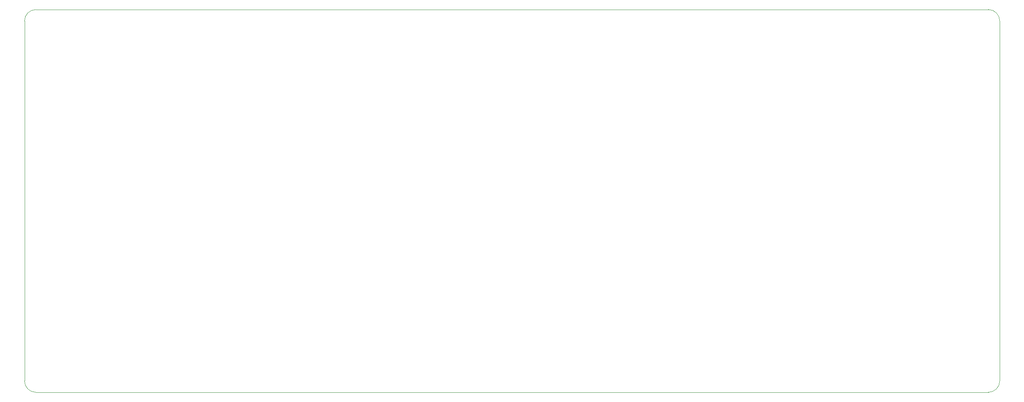
<source format=gm1>
G04 #@! TF.GenerationSoftware,KiCad,Pcbnew,5.1.5+dfsg1-2build2*
G04 #@! TF.CreationDate,2021-12-19T02:20:25+01:00*
G04 #@! TF.ProjectId,otterlinear-keyboard,6f747465-726c-4696-9e65-61722d6b6579,rev?*
G04 #@! TF.SameCoordinates,Original*
G04 #@! TF.FileFunction,Profile,NP*
%FSLAX46Y46*%
G04 Gerber Fmt 4.6, Leading zero omitted, Abs format (unit mm)*
G04 Created by KiCad (PCBNEW 5.1.5+dfsg1-2build2) date 2021-12-19 02:20:25*
%MOMM*%
%LPD*%
G04 APERTURE LIST*
%ADD10C,0.050000*%
G04 APERTURE END LIST*
D10*
X264000000Y-131500000D02*
G75*
G02X261500000Y-134000000I-2500000J0D01*
G01*
X52500000Y-134000000D02*
G75*
G02X50000000Y-131500000I0J2500000D01*
G01*
X50000000Y-52500000D02*
G75*
G02X52500000Y-50000000I2500000J0D01*
G01*
X261500000Y-50000000D02*
G75*
G02X264000000Y-52500000I0J-2500000D01*
G01*
X264000000Y-52500000D02*
X264000000Y-131500000D01*
X52500000Y-134000000D02*
X261500000Y-134000000D01*
X50000000Y-52500000D02*
X50000000Y-131500000D01*
X52500000Y-50000000D02*
X261500000Y-50000000D01*
M02*

</source>
